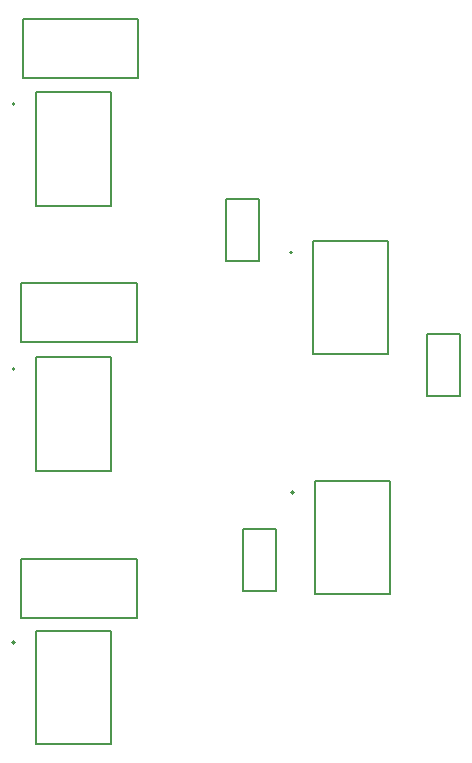
<source format=gbr>
%TF.GenerationSoftware,Altium Limited,Altium Designer,23.3.1 (30)*%
G04 Layer_Color=16711935*
%FSLAX26Y26*%
%MOIN*%
%TF.SameCoordinates,8F501EFE-F143-482A-9327-88418F9FCBED*%
%TF.FilePolarity,Positive*%
%TF.FileFunction,Other,Top_3D_Body*%
%TF.Part,Single*%
G01*
G75*
%TA.AperFunction,NonConductor*%
%ADD34C,0.007874*%
%ADD37C,0.005000*%
D34*
X2190709Y1150000D02*
G03*
X2190709Y1150000I-3937J0D01*
G01*
X2185709Y1950000D02*
G03*
X2185709Y1950000I-3937J0D01*
G01*
X1260709Y650000D02*
G03*
X1260709Y650000I-3937J0D01*
G01*
Y1561500D02*
G03*
X1260709Y1561500I-3937J0D01*
G01*
Y2445000D02*
G03*
X1260709Y2445000I-3937J0D01*
G01*
X2634882Y1677362D02*
X2745118D01*
X2634882Y1472638D02*
Y1677362D01*
Y1472638D02*
X2745118D01*
Y1677362D01*
X1964882Y1922441D02*
X2075118D01*
Y2127165D01*
X1964882D02*
X2075118D01*
X1964882Y1922441D02*
Y2127165D01*
X1672520Y2532559D02*
Y2727835D01*
X1287480Y2532559D02*
X1672520D01*
X1287480D02*
Y2727835D01*
X1672520D01*
X1282480Y927835D02*
X1667520D01*
X1282480Y732559D02*
Y927835D01*
Y732559D02*
X1667520D01*
Y927835D01*
X1282480Y1847835D02*
X1667520D01*
X1282480Y1652559D02*
Y1847835D01*
Y1652559D02*
X1667520D01*
Y1847835D01*
X2130118Y822441D02*
Y1027165D01*
X2019882Y822441D02*
X2130118D01*
X2019882D02*
Y1027165D01*
X2130118D01*
D37*
X2260000Y1188780D02*
X2510000D01*
X2260000Y811221D02*
X2510000D01*
X2260000D02*
Y1188780D01*
X2510000Y811221D02*
Y1188780D01*
X2255000Y1988780D02*
X2505000D01*
X2255000Y1611220D02*
X2505000D01*
X2255000D02*
Y1988780D01*
X2505000Y1611220D02*
Y1988780D01*
X1580000Y311221D02*
Y688779D01*
X1330000Y311221D02*
Y688779D01*
Y311221D02*
X1580000D01*
X1330000Y688779D02*
X1580000D01*
Y1222720D02*
Y1600280D01*
X1330000Y1222720D02*
Y1600280D01*
Y1222720D02*
X1580000D01*
X1330000Y1600280D02*
X1580000D01*
Y2106220D02*
Y2483780D01*
X1330000Y2106220D02*
Y2483780D01*
Y2106220D02*
X1580000D01*
X1330000Y2483780D02*
X1580000D01*
%TF.MD5,e7a85a42eebfb5f576fde40fe2b8d505*%
M02*

</source>
